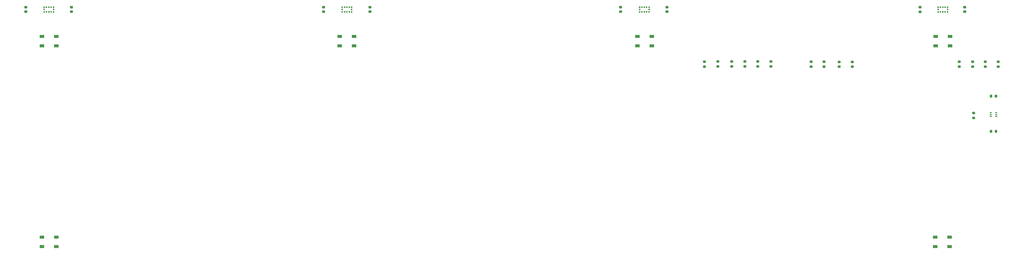
<source format=gbr>
%TF.GenerationSoftware,KiCad,Pcbnew,7.0.10*%
%TF.CreationDate,2024-02-05T00:36:43+00:00*%
%TF.ProjectId,ContactlessPiPoweredDrumkit,436f6e74-6163-4746-9c65-73735069506f,rev?*%
%TF.SameCoordinates,Original*%
%TF.FileFunction,Paste,Top*%
%TF.FilePolarity,Positive*%
%FSLAX46Y46*%
G04 Gerber Fmt 4.6, Leading zero omitted, Abs format (unit mm)*
G04 Created by KiCad (PCBNEW 7.0.10) date 2024-02-05 00:36:43*
%MOMM*%
%LPD*%
G01*
G04 APERTURE LIST*
G04 Aperture macros list*
%AMRoundRect*
0 Rectangle with rounded corners*
0 $1 Rounding radius*
0 $2 $3 $4 $5 $6 $7 $8 $9 X,Y pos of 4 corners*
0 Add a 4 corners polygon primitive as box body*
4,1,4,$2,$3,$4,$5,$6,$7,$8,$9,$2,$3,0*
0 Add four circle primitives for the rounded corners*
1,1,$1+$1,$2,$3*
1,1,$1+$1,$4,$5*
1,1,$1+$1,$6,$7*
1,1,$1+$1,$8,$9*
0 Add four rect primitives between the rounded corners*
20,1,$1+$1,$2,$3,$4,$5,0*
20,1,$1+$1,$4,$5,$6,$7,0*
20,1,$1+$1,$6,$7,$8,$9,0*
20,1,$1+$1,$8,$9,$2,$3,0*%
G04 Aperture macros list end*
%ADD10RoundRect,0.200000X-0.275000X0.200000X-0.275000X-0.200000X0.275000X-0.200000X0.275000X0.200000X0*%
%ADD11RoundRect,0.225000X-0.250000X0.225000X-0.250000X-0.225000X0.250000X-0.225000X0.250000X0.225000X0*%
%ADD12R,1.500000X1.000000*%
%ADD13RoundRect,0.062500X-0.127500X-0.062500X0.127500X-0.062500X0.127500X0.062500X-0.127500X0.062500X0*%
%ADD14RoundRect,0.125000X-0.125000X-0.125000X0.125000X-0.125000X0.125000X0.125000X-0.125000X0.125000X0*%
%ADD15RoundRect,0.200000X0.200000X0.275000X-0.200000X0.275000X-0.200000X-0.275000X0.200000X-0.275000X0*%
%ADD16RoundRect,0.225000X0.250000X-0.225000X0.250000X0.225000X-0.250000X0.225000X-0.250000X-0.225000X0*%
%ADD17R,0.650000X0.400000*%
G04 APERTURE END LIST*
D10*
%TO.C,R2*%
X368300000Y-123889000D03*
X368300000Y-125539000D03*
%TD*%
D11*
%TO.C,C5*%
X243840000Y-105270000D03*
X243840000Y-106820000D03*
%TD*%
D12*
%TO.C,D1*%
X351245000Y-183820000D03*
X351245000Y-187020000D03*
X356145000Y-187020000D03*
X356145000Y-183820000D03*
%TD*%
%TO.C,D4*%
X148045000Y-115240000D03*
X148045000Y-118440000D03*
X152945000Y-118440000D03*
X152945000Y-115240000D03*
%TD*%
D10*
%TO.C,R8*%
X290703000Y-123838200D03*
X290703000Y-125488200D03*
%TD*%
D13*
%TO.C,U3*%
X250228000Y-105370000D03*
D14*
X250368000Y-105245000D03*
X251168000Y-105245000D03*
X251968000Y-105245000D03*
X252768000Y-105245000D03*
X253568000Y-105245000D03*
X253568000Y-106045000D03*
X253568000Y-106845000D03*
X252768000Y-106845000D03*
X251968000Y-106845000D03*
X251168000Y-106845000D03*
X250368000Y-106845000D03*
X250368000Y-106045000D03*
%TD*%
D12*
%TO.C,D6*%
X46445000Y-183820000D03*
X46445000Y-187020000D03*
X51345000Y-187020000D03*
X51345000Y-183820000D03*
%TD*%
D10*
%TO.C,R9*%
X322910200Y-123939800D03*
X322910200Y-125589800D03*
%TD*%
D15*
%TO.C,R16*%
X371919000Y-147701000D03*
X370269000Y-147701000D03*
%TD*%
D16*
%TO.C,C11*%
X56515000Y-106820000D03*
X56515000Y-105270000D03*
%TD*%
D10*
%TO.C,R11*%
X313309000Y-123889000D03*
X313309000Y-125539000D03*
%TD*%
D13*
%TO.C,U5*%
X47028000Y-105370000D03*
D14*
X47168000Y-105245000D03*
X47968000Y-105245000D03*
X48768000Y-105245000D03*
X49568000Y-105245000D03*
X50368000Y-105245000D03*
X50368000Y-106045000D03*
X50368000Y-106845000D03*
X49568000Y-106845000D03*
X48768000Y-106845000D03*
X47968000Y-106845000D03*
X47168000Y-106845000D03*
X47168000Y-106045000D03*
%TD*%
D11*
%TO.C,C9*%
X40894000Y-105270000D03*
X40894000Y-106820000D03*
%TD*%
D10*
%TO.C,R14*%
X272491200Y-123889000D03*
X272491200Y-125539000D03*
%TD*%
%TO.C,R3*%
X363982000Y-125539000D03*
X363982000Y-123889000D03*
%TD*%
%TO.C,R4*%
X372745000Y-123889000D03*
X372745000Y-125539000D03*
%TD*%
D16*
%TO.C,C7*%
X259715000Y-106820000D03*
X259715000Y-105270000D03*
%TD*%
D15*
%TO.C,R15*%
X370269000Y-135636000D03*
X371919000Y-135636000D03*
%TD*%
D16*
%TO.C,C8*%
X158369000Y-106820000D03*
X158369000Y-105270000D03*
%TD*%
D10*
%TO.C,R10*%
X295148000Y-123838200D03*
X295148000Y-125488200D03*
%TD*%
%TO.C,R1*%
X359410000Y-123889000D03*
X359410000Y-125539000D03*
%TD*%
%TO.C,R13*%
X277012400Y-123838200D03*
X277012400Y-125488200D03*
%TD*%
D12*
%TO.C,D2*%
X351372000Y-115240000D03*
X351372000Y-118440000D03*
X356272000Y-118440000D03*
X356272000Y-115240000D03*
%TD*%
D17*
%TO.C,U7*%
X372044000Y-142636000D03*
X372044000Y-141986000D03*
X372044000Y-141336000D03*
X370144000Y-141336000D03*
X370144000Y-141986000D03*
X370144000Y-142636000D03*
%TD*%
D10*
%TO.C,R6*%
X286258000Y-123838200D03*
X286258000Y-125488200D03*
%TD*%
D12*
%TO.C,D3*%
X249645000Y-115240000D03*
X249645000Y-118440000D03*
X254545000Y-118440000D03*
X254545000Y-115240000D03*
%TD*%
D10*
%TO.C,R17*%
X364299000Y-141415000D03*
X364299000Y-143065000D03*
%TD*%
D16*
%TO.C,C4*%
X361315000Y-106820000D03*
X361315000Y-105270000D03*
%TD*%
D13*
%TO.C,U4*%
X148755000Y-105370000D03*
D14*
X148895000Y-105245000D03*
X149695000Y-105245000D03*
X150495000Y-105245000D03*
X151295000Y-105245000D03*
X152095000Y-105245000D03*
X152095000Y-106045000D03*
X152095000Y-106845000D03*
X151295000Y-106845000D03*
X150495000Y-106845000D03*
X149695000Y-106845000D03*
X148895000Y-106845000D03*
X148895000Y-106045000D03*
%TD*%
D10*
%TO.C,R7*%
X308864000Y-123889000D03*
X308864000Y-125539000D03*
%TD*%
%TO.C,R5*%
X281813000Y-123838200D03*
X281813000Y-125488200D03*
%TD*%
D13*
%TO.C,U2*%
X352082000Y-105370000D03*
D14*
X352222000Y-105245000D03*
X353022000Y-105245000D03*
X353822000Y-105245000D03*
X354622000Y-105245000D03*
X355422000Y-105245000D03*
X355422000Y-106045000D03*
X355422000Y-106845000D03*
X354622000Y-106845000D03*
X353822000Y-106845000D03*
X353022000Y-106845000D03*
X352222000Y-106845000D03*
X352222000Y-106045000D03*
%TD*%
D11*
%TO.C,C6*%
X142494000Y-105270000D03*
X142494000Y-106820000D03*
%TD*%
D10*
%TO.C,R12*%
X318465200Y-123939800D03*
X318465200Y-125589800D03*
%TD*%
D11*
%TO.C,C2*%
X346075000Y-105283000D03*
X346075000Y-106833000D03*
%TD*%
D12*
%TO.C,D5*%
X46445000Y-115240000D03*
X46445000Y-118440000D03*
X51345000Y-118440000D03*
X51345000Y-115240000D03*
%TD*%
M02*

</source>
